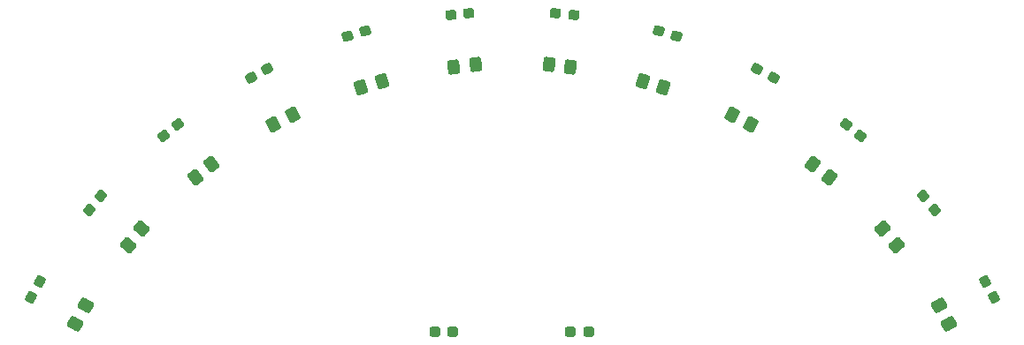
<source format=gbr>
%TF.GenerationSoftware,KiCad,Pcbnew,(6.0.4)*%
%TF.CreationDate,2022-08-25T18:27:48+09:00*%
%TF.ProjectId,total,746f7461-6c2e-46b6-9963-61645f706362,rev?*%
%TF.SameCoordinates,Original*%
%TF.FileFunction,Paste,Bot*%
%TF.FilePolarity,Positive*%
%FSLAX46Y46*%
G04 Gerber Fmt 4.6, Leading zero omitted, Abs format (unit mm)*
G04 Created by KiCad (PCBNEW (6.0.4)) date 2022-08-25 18:27:48*
%MOMM*%
%LPD*%
G01*
G04 APERTURE LIST*
G04 Aperture macros list*
%AMRoundRect*
0 Rectangle with rounded corners*
0 $1 Rounding radius*
0 $2 $3 $4 $5 $6 $7 $8 $9 X,Y pos of 4 corners*
0 Add a 4 corners polygon primitive as box body*
4,1,4,$2,$3,$4,$5,$6,$7,$8,$9,$2,$3,0*
0 Add four circle primitives for the rounded corners*
1,1,$1+$1,$2,$3*
1,1,$1+$1,$4,$5*
1,1,$1+$1,$6,$7*
1,1,$1+$1,$8,$9*
0 Add four rect primitives between the rounded corners*
20,1,$1+$1,$2,$3,$4,$5,0*
20,1,$1+$1,$4,$5,$6,$7,0*
20,1,$1+$1,$6,$7,$8,$9,0*
20,1,$1+$1,$8,$9,$2,$3,0*%
G04 Aperture macros list end*
%ADD10RoundRect,0.237500X0.287500X0.237500X-0.287500X0.237500X-0.287500X-0.237500X0.287500X-0.237500X0*%
%ADD11RoundRect,0.237500X-0.372847X-0.006896X0.077153X-0.364842X0.372847X0.006896X-0.077153X0.364842X0*%
%ADD12RoundRect,0.237500X-0.208207X-0.309374X0.343114X-0.146065X0.208207X0.309374X-0.343114X0.146065X0*%
%ADD13RoundRect,0.237500X-0.308940X-0.208851X0.263413X-0.263962X0.308940X0.208851X-0.263413X0.263962X0*%
%ADD14RoundRect,0.237500X-0.077153X-0.364842X0.372847X-0.006896X0.077153X0.364842X-0.372847X0.006896X0*%
%ADD15RoundRect,0.250000X0.183810X0.523774X-0.439423X0.339164X-0.183810X-0.523774X0.439423X-0.339164X0*%
%ADD16RoundRect,0.250000X0.496065X0.249087X-0.080492X0.549223X-0.496065X-0.249087X0.080492X-0.549223X0*%
%ADD17RoundRect,0.237500X-0.343114X-0.146065X0.208207X-0.309374X0.343114X0.146065X-0.208207X0.309374X0*%
%ADD18RoundRect,0.237500X-0.263413X-0.263962X0.308940X-0.208851X0.263413X0.263962X-0.308940X0.208851X0*%
%ADD19RoundRect,0.237500X-0.145350X-0.343418X0.364681X-0.077912X0.145350X0.343418X-0.364681X0.077912X0*%
%ADD20RoundRect,0.237500X-0.006120X-0.372861X0.367313X0.064373X0.006120X0.372861X-0.367313X-0.064373X0*%
%ADD21RoundRect,0.250000X0.366634X0.416778X-0.280373X0.479078X-0.366634X-0.416778X0.280373X-0.479078X0*%
%ADD22RoundRect,0.250000X0.551698X-0.061275X0.231622X0.504456X-0.551698X0.061275X-0.231622X-0.504456X0*%
%ADD23RoundRect,0.237500X-0.348281X0.133277X-0.065138X-0.367178X0.348281X-0.133277X0.065138X0.367178X0*%
%ADD24RoundRect,0.250000X-0.025784X0.554491X-0.534479X0.149856X0.025784X-0.554491X0.534479X-0.149856X0*%
%ADD25RoundRect,0.250000X0.439423X0.339164X-0.183810X0.523774X-0.439423X-0.339164X0.183810X-0.523774X0*%
%ADD26RoundRect,0.237500X0.065138X-0.367178X0.348281X0.133277X-0.065138X0.367178X-0.348281X-0.133277X0*%
%ADD27RoundRect,0.250000X0.534479X0.149856X0.025784X0.554491X-0.534479X-0.149856X-0.025784X-0.554491X0*%
%ADD28RoundRect,0.237500X-0.367313X0.064373X0.006120X-0.372861X0.367313X-0.064373X-0.006120X0.372861X0*%
%ADD29RoundRect,0.250000X0.553253X0.045120X0.131112X0.539384X-0.553253X-0.045120X-0.131112X-0.539384X0*%
%ADD30RoundRect,0.250000X0.280373X0.479078X-0.366634X0.416778X-0.280373X-0.479078X0.366634X-0.416778X0*%
%ADD31RoundRect,0.250000X-0.231622X0.504456X-0.551698X-0.061275X0.231622X-0.504456X0.551698X0.061275X0*%
%ADD32RoundRect,0.250000X-0.131112X0.539384X-0.553253X0.045120X0.131112X-0.539384X0.553253X-0.045120X0*%
%ADD33RoundRect,0.237500X-0.364681X-0.077912X0.145350X-0.343418X0.364681X0.077912X-0.145350X0.343418X0*%
%ADD34RoundRect,0.250000X0.080492X0.549223X-0.496065X0.249087X-0.080492X-0.549223X0.496065X-0.249087X0*%
G04 APERTURE END LIST*
D10*
%TO.C,D3*%
X155340475Y-83826030D03*
X153590475Y-83826030D03*
%TD*%
%TO.C,D1*%
X142340475Y-83826030D03*
X140590475Y-83826030D03*
%TD*%
D11*
%TO.C,D7*%
X179995218Y-63941310D03*
X181364782Y-65030710D03*
%TD*%
D12*
%TO.C,D10*%
X132251033Y-55484523D03*
X133928967Y-54987497D03*
%TD*%
D13*
%TO.C,D13*%
X152159028Y-53232145D03*
X153900972Y-53399875D03*
%TD*%
D14*
%TO.C,D6*%
X114635218Y-65030710D03*
X116004782Y-63941310D03*
%TD*%
D15*
%TO.C,Q9*%
X135492790Y-59744894D03*
X133527210Y-60327126D03*
%TD*%
D16*
%TO.C,Q8*%
X170839186Y-63919302D03*
X169020814Y-62972718D03*
%TD*%
D17*
%TO.C,D11*%
X162071033Y-54987497D03*
X163748967Y-55484523D03*
%TD*%
D18*
%TO.C,D12*%
X142099028Y-53399875D03*
X143840972Y-53232145D03*
%TD*%
D19*
%TO.C,D8*%
X122983866Y-59410040D03*
X124536134Y-58601980D03*
%TD*%
D20*
%TO.C,D4*%
X107511733Y-72141365D03*
X108648267Y-70810655D03*
%TD*%
D21*
%TO.C,Q12*%
X153570281Y-58394252D03*
X151529719Y-58197768D03*
%TD*%
D22*
%TO.C,Q2*%
X189844734Y-83078125D03*
X188835266Y-81293895D03*
%TD*%
D23*
%TO.C,D2*%
X193259129Y-78964449D03*
X194120871Y-80487571D03*
%TD*%
D24*
%TO.C,Q5*%
X119232173Y-67767932D03*
X117627827Y-69044088D03*
%TD*%
D25*
%TO.C,Q10*%
X162472790Y-60327126D03*
X160507210Y-59744894D03*
%TD*%
D26*
%TO.C,D1*%
X101879129Y-80487571D03*
X102740871Y-78964449D03*
%TD*%
D27*
%TO.C,Q6*%
X178372173Y-69044088D03*
X176767827Y-67767932D03*
%TD*%
D28*
%TO.C,D5*%
X187351733Y-70810655D03*
X188488267Y-72141365D03*
%TD*%
D29*
%TO.C,Q4*%
X184785684Y-75505426D03*
X183454316Y-73946594D03*
%TD*%
D30*
%TO.C,Q11*%
X144467281Y-58197768D03*
X142426719Y-58394252D03*
%TD*%
D31*
%TO.C,Q1*%
X107164734Y-81293895D03*
X106155266Y-83078125D03*
%TD*%
D32*
%TO.C,Q3*%
X112545684Y-73946594D03*
X111214316Y-75505426D03*
%TD*%
D33*
%TO.C,D9*%
X171463866Y-58601980D03*
X173016134Y-59410040D03*
%TD*%
D34*
%TO.C,Q7*%
X126979186Y-62972718D03*
X125160814Y-63919302D03*
%TD*%
M02*

</source>
